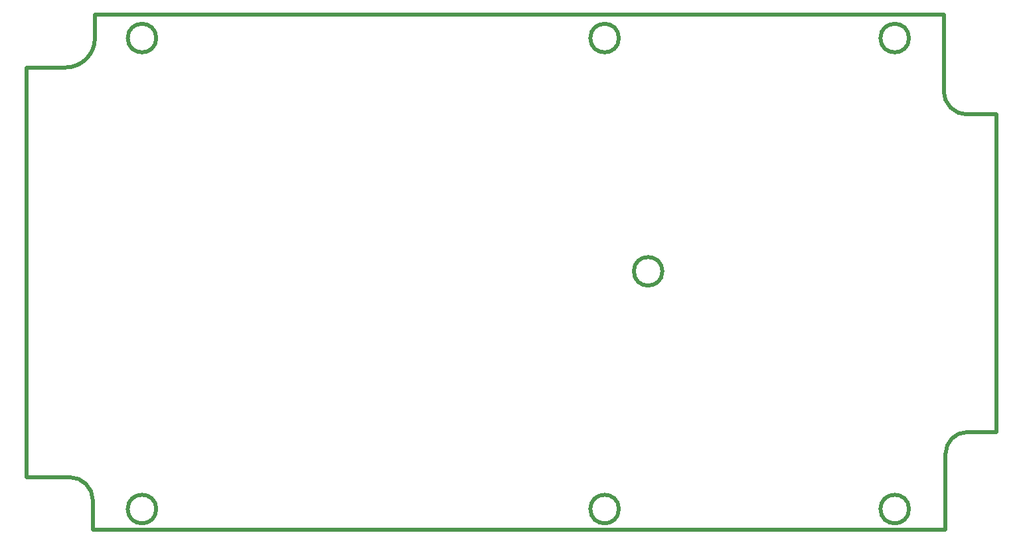
<source format=gbr>
G04 #@! TF.GenerationSoftware,KiCad,Pcbnew,5.99.0-unknown-50e22de3ba~95~ubuntu20.04.1*
G04 #@! TF.CreationDate,2021-01-21T20:42:25+09:00*
G04 #@! TF.ProjectId,Hyperwiper 2020 production prototype,48797065-7277-4697-9065-722032303230,rev?*
G04 #@! TF.SameCoordinates,Original*
G04 #@! TF.FileFunction,Profile,NP*
%FSLAX46Y46*%
G04 Gerber Fmt 4.6, Leading zero omitted, Abs format (unit mm)*
G04 Created by KiCad (PCBNEW 5.99.0-unknown-50e22de3ba~95~ubuntu20.04.1) date 2021-01-21 20:42:25*
%MOMM*%
%LPD*%
G01*
G04 APERTURE LIST*
G04 #@! TA.AperFunction,Profile*
%ADD10C,0.500000*%
G04 #@! TD*
G04 APERTURE END LIST*
D10*
X75000000Y-111250000D02*
X75000000Y-59000000D01*
X83750000Y-52250000D02*
X192000000Y-52250000D01*
X192250000Y-108250000D02*
X192250000Y-118000000D01*
X192250000Y-118000000D02*
X83500000Y-118000000D01*
X91570027Y-115320027D02*
G75*
G03*
X91570027Y-115320027I-1820027J0D01*
G01*
X198750000Y-65000000D02*
X198750000Y-105500000D01*
X198750000Y-105500000D02*
X195000000Y-105500000D01*
X80500000Y-111250000D02*
G75*
G02*
X83500000Y-114250000I0J-3000000D01*
G01*
X195000000Y-65000000D02*
X198750000Y-65000000D01*
X187570027Y-115320027D02*
G75*
G03*
X187570027Y-115320027I-1820027J0D01*
G01*
X150570027Y-55250000D02*
G75*
G03*
X150570027Y-55250000I-1820027J0D01*
G01*
X91570027Y-55250000D02*
G75*
G03*
X91570027Y-55250000I-1820027J0D01*
G01*
X150570027Y-115320027D02*
G75*
G03*
X150570027Y-115320027I-1820027J0D01*
G01*
X192250000Y-108250000D02*
G75*
G02*
X195000000Y-105500000I2750000J0D01*
G01*
X192000000Y-52250000D02*
X192000000Y-62000000D01*
X83500000Y-118000000D02*
X83500000Y-114250000D01*
X80500000Y-111250000D02*
X75000000Y-111250000D01*
X80000000Y-59000000D02*
G75*
G03*
X83750000Y-55250000I0J3750000D01*
G01*
X156120027Y-85000000D02*
G75*
G03*
X156120027Y-85000000I-1820027J0D01*
G01*
X187570027Y-55250000D02*
G75*
G03*
X187570027Y-55250000I-1820027J0D01*
G01*
X75000000Y-59000000D02*
X80000000Y-59000000D01*
X192000000Y-62000000D02*
G75*
G03*
X195000000Y-65000000I3000000J0D01*
G01*
X83750000Y-55250000D02*
X83750000Y-52250000D01*
M02*

</source>
